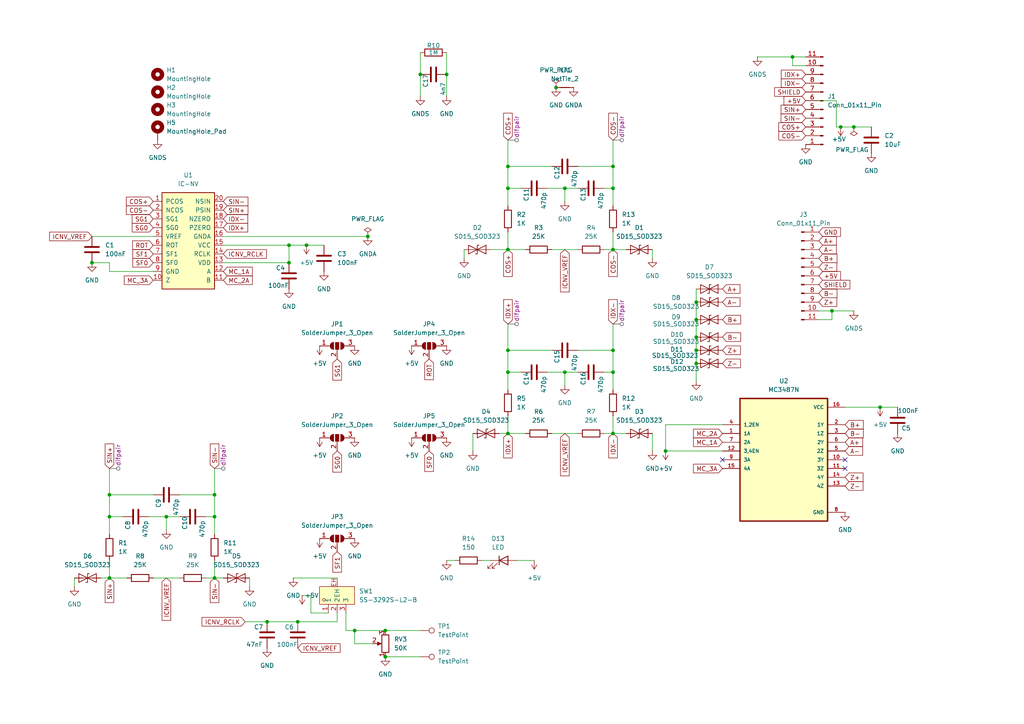
<source format=kicad_sch>
(kicad_sch (version 20250114) (generator "eeschema") (generator_version "9.0")
  (paper "A4")
  (junction (at 121.92 21.59))
  (junction (at 177.8 72.39))
  (junction (at 86.36 180.34))
  (junction (at 147.32 107.95))
  (junction (at 241.3 90.17))
  (junction (at 31.75 143.51))
  (junction (at 177.8 107.95))
  (junction (at 62.23 167.64))
  (junction (at 201.93 92.71))
  (junction (at 111.76 190.5))
  (junction (at 147.32 101.6))
  (junction (at 229.87 16.51))
  (junction (at 201.93 97.79))
  (junction (at 147.32 54.61))
  (junction (at 106.68 68.58))
  (junction (at 111.76 182.88))
  (junction (at 147.32 72.39))
  (junction (at 201.93 87.63))
  (junction (at 48.26 149.86))
  (junction (at 201.93 105.41))
  (junction (at 247.65 36.83))
  (junction (at 177.8 125.73))
  (junction (at 129.54 21.59))
  (junction (at 62.23 149.86))
  (junction (at 26.67 76.2))
  (junction (at 177.8 48.26))
  (junction (at 161.29 25.4))
  (junction (at 177.8 101.6))
  (junction (at 88.9 71.12))
  (junction (at 31.75 149.86))
  (junction (at 147.32 125.73))
  (junction (at 177.8 54.61))
  (junction (at 102.87 182.88))
  (junction (at 163.83 107.95))
  (junction (at 83.82 76.2))
  (junction (at 255.27 118.11))
  (junction (at 31.75 167.64))
  (junction (at 243.84 36.83))
  (junction (at 77.47 180.34))
  (junction (at 62.23 143.51))
  (junction (at 201.93 101.6))
  (junction (at 83.82 71.12))
  (junction (at 193.04 130.81))
  (junction (at 147.32 48.26))
  (junction (at 163.83 54.61))
  (no_connect (at 209.55 133.35))
  (no_connect (at 245.11 133.35))
  (no_connect (at 245.11 135.89))
  (wire (pts (xy 85.09 167.64) (xy 97.79 167.64)))
  (wire (pts (xy 147.32 72.39) (xy 152.4 72.39)))
  (wire (pts (xy 175.26 54.61) (xy 177.8 54.61)))
  (wire (pts (xy 44.45 78.74) (xy 31.75 78.74)))
  (wire (pts (xy 177.8 93.98) (xy 177.8 101.6)))
  (wire (pts (xy 100.33 177.8) (xy 100.33 182.88)))
  (wire (pts (xy 83.82 76.2) (xy 83.82 71.12)))
  (wire (pts (xy 147.32 93.98) (xy 147.32 101.6)))
  (wire (pts (xy 241.3 90.17) (xy 247.65 90.17)))
  (wire (pts (xy 247.65 36.83) (xy 252.73 36.83)))
  (wire (pts (xy 121.92 21.59) (xy 121.92 27.94)))
  (wire (pts (xy 97.79 180.34) (xy 97.79 177.8)))
  (wire (pts (xy 139.7 162.56) (xy 142.24 162.56)))
  (wire (pts (xy 29.21 167.64) (xy 31.75 167.64)))
  (wire (pts (xy 90.17 172.72) (xy 90.17 177.8)))
  (wire (pts (xy 44.45 143.51) (xy 31.75 143.51)))
  (wire (pts (xy 201.93 87.63) (xy 201.93 92.71)))
  (wire (pts (xy 147.32 40.64) (xy 147.32 48.26)))
  (wire (pts (xy 177.8 67.31) (xy 177.8 72.39)))
  (wire (pts (xy 177.8 107.95) (xy 177.8 113.03)))
  (wire (pts (xy 102.87 182.88) (xy 102.87 186.69)))
  (wire (pts (xy 62.23 162.56) (xy 62.23 167.64)))
  (wire (pts (xy 86.36 180.34) (xy 97.79 180.34)))
  (wire (pts (xy 160.02 101.6) (xy 147.32 101.6)))
  (wire (pts (xy 177.8 54.61) (xy 177.8 59.69)))
  (wire (pts (xy 31.75 167.64) (xy 36.83 167.64)))
  (wire (pts (xy 201.93 105.41) (xy 201.93 110.49)))
  (wire (pts (xy 134.62 72.39) (xy 134.62 74.93)))
  (wire (pts (xy 102.87 186.69) (xy 107.95 186.69)))
  (wire (pts (xy 201.93 92.71) (xy 201.93 97.79)))
  (wire (pts (xy 64.77 71.12) (xy 83.82 71.12)))
  (wire (pts (xy 43.18 149.86) (xy 48.26 149.86)))
  (wire (pts (xy 64.77 76.2) (xy 83.82 76.2)))
  (wire (pts (xy 21.59 167.64) (xy 21.59 170.18)))
  (wire (pts (xy 62.23 135.89) (xy 62.23 143.51)))
  (wire (pts (xy 158.75 54.61) (xy 163.83 54.61)))
  (wire (pts (xy 175.26 125.73) (xy 177.8 125.73)))
  (wire (pts (xy 144.78 125.73) (xy 147.32 125.73)))
  (wire (pts (xy 229.87 19.05) (xy 229.87 16.51)))
  (wire (pts (xy 243.84 36.83) (xy 247.65 36.83)))
  (wire (pts (xy 241.3 92.71) (xy 241.3 90.17)))
  (wire (pts (xy 237.49 90.17) (xy 241.3 90.17)))
  (wire (pts (xy 177.8 48.26) (xy 177.8 54.61)))
  (wire (pts (xy 31.75 154.94) (xy 31.75 149.86)))
  (wire (pts (xy 83.82 71.12) (xy 88.9 71.12)))
  (wire (pts (xy 147.32 59.69) (xy 147.32 54.61)))
  (wire (pts (xy 31.75 76.2) (xy 26.67 76.2)))
  (wire (pts (xy 242.57 29.21) (xy 242.57 36.83)))
  (wire (pts (xy 129.54 15.24) (xy 129.54 21.59)))
  (wire (pts (xy 129.54 162.56) (xy 132.08 162.56)))
  (wire (pts (xy 147.32 67.31) (xy 147.32 72.39)))
  (wire (pts (xy 26.67 68.58) (xy 44.45 68.58)))
  (wire (pts (xy 31.75 162.56) (xy 31.75 167.64)))
  (wire (pts (xy 64.77 68.58) (xy 106.68 68.58)))
  (wire (pts (xy 209.55 123.19) (xy 193.04 123.19)))
  (wire (pts (xy 160.02 125.73) (xy 167.64 125.73)))
  (wire (pts (xy 121.92 15.24) (xy 121.92 21.59)))
  (wire (pts (xy 142.24 72.39) (xy 147.32 72.39)))
  (wire (pts (xy 163.83 54.61) (xy 167.64 54.61)))
  (wire (pts (xy 189.23 125.73) (xy 189.23 130.81)))
  (wire (pts (xy 59.69 149.86) (xy 62.23 149.86)))
  (wire (pts (xy 100.33 182.88) (xy 102.87 182.88)))
  (wire (pts (xy 201.93 83.82) (xy 201.93 87.63)))
  (wire (pts (xy 72.39 167.64) (xy 72.39 170.18)))
  (wire (pts (xy 255.27 118.11) (xy 260.35 118.11)))
  (wire (pts (xy 177.8 120.65) (xy 177.8 125.73)))
  (wire (pts (xy 233.68 19.05) (xy 229.87 19.05)))
  (wire (pts (xy 111.76 182.88) (xy 121.92 182.88)))
  (wire (pts (xy 31.75 143.51) (xy 31.75 149.86)))
  (wire (pts (xy 59.69 167.64) (xy 62.23 167.64)))
  (wire (pts (xy 147.32 54.61) (xy 151.13 54.61)))
  (wire (pts (xy 158.75 107.95) (xy 163.83 107.95)))
  (wire (pts (xy 44.45 167.64) (xy 52.07 167.64)))
  (wire (pts (xy 48.26 149.86) (xy 48.26 153.67)))
  (wire (pts (xy 77.47 180.34) (xy 86.36 180.34)))
  (wire (pts (xy 160.02 48.26) (xy 147.32 48.26)))
  (wire (pts (xy 160.02 72.39) (xy 167.64 72.39)))
  (wire (pts (xy 62.23 143.51) (xy 62.23 149.86)))
  (wire (pts (xy 201.93 97.79) (xy 201.93 101.6)))
  (wire (pts (xy 243.84 36.83) (xy 242.57 36.83)))
  (wire (pts (xy 201.93 101.6) (xy 201.93 105.41)))
  (wire (pts (xy 129.54 21.59) (xy 129.54 27.94)))
  (wire (pts (xy 163.83 107.95) (xy 163.83 111.76)))
  (wire (pts (xy 147.32 48.26) (xy 147.32 54.61)))
  (wire (pts (xy 31.75 135.89) (xy 31.75 143.51)))
  (wire (pts (xy 177.8 125.73) (xy 181.61 125.73)))
  (wire (pts (xy 137.16 125.73) (xy 137.16 130.81)))
  (wire (pts (xy 111.76 190.5) (xy 121.92 190.5)))
  (wire (pts (xy 237.49 92.71) (xy 241.3 92.71)))
  (wire (pts (xy 88.9 71.12) (xy 93.98 71.12)))
  (wire (pts (xy 147.32 107.95) (xy 151.13 107.95)))
  (wire (pts (xy 193.04 123.19) (xy 193.04 130.81)))
  (wire (pts (xy 102.87 182.88) (xy 111.76 182.88)))
  (wire (pts (xy 147.32 113.03) (xy 147.32 107.95)))
  (wire (pts (xy 233.68 29.21) (xy 242.57 29.21)))
  (wire (pts (xy 229.87 16.51) (xy 233.68 16.51)))
  (wire (pts (xy 193.04 130.81) (xy 209.55 130.81)))
  (wire (pts (xy 31.75 78.74) (xy 31.75 76.2)))
  (wire (pts (xy 167.64 101.6) (xy 177.8 101.6)))
  (wire (pts (xy 175.26 72.39) (xy 177.8 72.39)))
  (wire (pts (xy 245.11 118.11) (xy 255.27 118.11)))
  (wire (pts (xy 177.8 101.6) (xy 177.8 107.95)))
  (wire (pts (xy 147.32 101.6) (xy 147.32 107.95)))
  (wire (pts (xy 48.26 149.86) (xy 52.07 149.86)))
  (wire (pts (xy 149.86 162.56) (xy 154.94 162.56)))
  (wire (pts (xy 163.83 107.95) (xy 167.64 107.95)))
  (wire (pts (xy 62.23 167.64) (xy 64.77 167.64)))
  (wire (pts (xy 219.71 16.51) (xy 229.87 16.51)))
  (wire (pts (xy 31.75 149.86) (xy 35.56 149.86)))
  (wire (pts (xy 71.12 180.34) (xy 77.47 180.34)))
  (wire (pts (xy 175.26 107.95) (xy 177.8 107.95)))
  (wire (pts (xy 147.32 120.65) (xy 147.32 125.73)))
  (wire (pts (xy 90.17 177.8) (xy 95.25 177.8)))
  (wire (pts (xy 147.32 125.73) (xy 152.4 125.73)))
  (wire (pts (xy 177.8 40.64) (xy 177.8 48.26)))
  (wire (pts (xy 163.83 54.61) (xy 163.83 58.42)))
  (wire (pts (xy 52.07 143.51) (xy 62.23 143.51)))
  (wire (pts (xy 87.63 172.72) (xy 90.17 172.72)))
  (wire (pts (xy 177.8 72.39) (xy 181.61 72.39)))
  (wire (pts (xy 62.23 149.86) (xy 62.23 154.94)))
  (wire (pts (xy 189.23 72.39) (xy 189.23 74.93)))
  (wire (pts (xy 167.64 48.26) (xy 177.8 48.26)))
  (global_label "SF0" (shape input) (at 124.46 130.81 270) (property "Intersheetrefs" "${INTERSHEET_REFS}" (effects (hide yes))))
  (global_label "ICNV_VREF" (shape input) (at 163.83 72.39 270) (property "Intersheetrefs" "${INTERSHEET_REFS}" (effects (hide yes))))
  (global_label "COS+" (shape input) (at 44.45 58.42 180) (property "Intersheetrefs" "${INTERSHEET_REFS}" (effects (hide yes))))
  (global_label "IDX+" (shape input) (at 147.32 93.98 90) (property "Intersheetrefs" "${INTERSHEET_REFS}" (effects (hide yes))))
  (global_label "Z+" (shape input) (at 209.55 101.6 0) (property "Intersheetrefs" "${INTERSHEET_REFS}" (effects (hide yes))))
  (global_label "B+" (shape input) (at 245.11 123.19 0) (property "Intersheetrefs" "${INTERSHEET_REFS}" (effects (hide yes))))
  (global_label "A-" (shape input) (at 237.49 72.39 0) (property "Intersheetrefs" "${INTERSHEET_REFS}" (effects (hide yes))))
  (global_label "MC_2A" (shape input) (at 64.77 81.28 0) (property "Intersheetrefs" "${INTERSHEET_REFS}" (effects (hide yes))))
  (global_label "ROT" (shape input) (at 44.45 71.12 180) (property "Intersheetrefs" "${INTERSHEET_REFS}" (effects (hide yes))))
  (global_label "COS-" (shape input) (at 177.8 72.39 270) (property "Intersheetrefs" "${INTERSHEET_REFS}" (effects (hide yes))))
  (global_label "SG1" (shape input) (at 44.45 63.5 180) (property "Intersheetrefs" "${INTERSHEET_REFS}" (effects (hide yes))))
  (global_label "IDX-" (shape input) (at 233.68 24.13 180) (property "Intersheetrefs" "${INTERSHEET_REFS}" (effects (hide yes))))
  (global_label "IDX-" (shape input) (at 177.8 125.73 270) (property "Intersheetrefs" "${INTERSHEET_REFS}" (effects (hide yes))))
  (global_label "ICNV_VREF" (shape input) (at 48.26 167.64 270) (property "Intersheetrefs" "${INTERSHEET_REFS}" (effects (hide yes))))
  (global_label "ROT" (shape input) (at 124.46 104.14 270) (property "Intersheetrefs" "${INTERSHEET_REFS}" (effects (hide yes))))
  (global_label "MC_1A" (shape input) (at 209.55 128.27 180) (property "Intersheetrefs" "${INTERSHEET_REFS}" (effects (hide yes))))
  (global_label "Z+" (shape input) (at 237.49 87.63 0) (property "Intersheetrefs" "${INTERSHEET_REFS}" (effects (hide yes))))
  (global_label "COS+" (shape input) (at 147.32 72.39 270) (property "Intersheetrefs" "${INTERSHEET_REFS}" (effects (hide yes))))
  (global_label "SF1" (shape input) (at 97.79 160.02 270) (property "Intersheetrefs" "${INTERSHEET_REFS}" (effects (hide yes))))
  (global_label "SIN+" (shape input) (at 31.75 135.89 90) (property "Intersheetrefs" "${INTERSHEET_REFS}" (effects (hide yes))))
  (global_label "SF1" (shape input) (at 44.45 73.66 180) (property "Intersheetrefs" "${INTERSHEET_REFS}" (effects (hide yes))))
  (global_label "SHIELD" (shape input) (at 237.49 82.55 0) (property "Intersheetrefs" "${INTERSHEET_REFS}" (effects (hide yes))))
  (global_label "IDX-" (shape input) (at 64.77 63.5 0) (property "Intersheetrefs" "${INTERSHEET_REFS}" (effects (hide yes))))
  (global_label "SG1" (shape input) (at 97.79 104.14 270) (property "Intersheetrefs" "${INTERSHEET_REFS}" (effects (hide yes))))
  (global_label "COS+" (shape input) (at 147.32 40.64 90) (property "Intersheetrefs" "${INTERSHEET_REFS}" (effects (hide yes))))
  (global_label "Z-" (shape input) (at 237.49 77.47 0) (property "Intersheetrefs" "${INTERSHEET_REFS}" (effects (hide yes))))
  (global_label "SG0" (shape input) (at 97.79 130.81 270) (property "Intersheetrefs" "${INTERSHEET_REFS}" (effects (hide yes))))
  (global_label "IDX-" (shape input) (at 177.8 93.98 90) (property "Intersheetrefs" "${INTERSHEET_REFS}" (effects (hide yes))))
  (global_label "A+" (shape input) (at 237.49 69.85 0) (property "Intersheetrefs" "${INTERSHEET_REFS}" (effects (hide yes))))
  (global_label "B+" (shape input) (at 237.49 74.93 0) (property "Intersheetrefs" "${INTERSHEET_REFS}" (effects (hide yes))))
  (global_label "SF0" (shape input) (at 44.45 76.2 180) (property "Intersheetrefs" "${INTERSHEET_REFS}" (effects (hide yes))))
  (global_label "ICNV_VREF" (shape input) (at 26.67 68.58 180) (property "Intersheetrefs" "${INTERSHEET_REFS}" (effects (hide yes))))
  (global_label "A-" (shape input) (at 209.55 87.63 0) (property "Intersheetrefs" "${INTERSHEET_REFS}" (effects (hide yes))))
  (global_label "SIN-" (shape input) (at 62.23 167.64 270) (property "Intersheetrefs" "${INTERSHEET_REFS}" (effects (hide yes))))
  (global_label "Z+" (shape input) (at 245.11 138.43 0) (property "Intersheetrefs" "${INTERSHEET_REFS}" (effects (hide yes))))
  (global_label "A-" (shape input) (at 245.11 130.81 0) (property "Intersheetrefs" "${INTERSHEET_REFS}" (effects (hide yes))))
  (global_label "ICNV_VREF" (shape input) (at 163.83 125.73 270) (property "Intersheetrefs" "${INTERSHEET_REFS}" (effects (hide yes))))
  (global_label "B-" (shape input) (at 245.11 125.73 0) (property "Intersheetrefs" "${INTERSHEET_REFS}" (effects (hide yes))))
  (global_label "+5V" (shape input) (at 233.68 29.21 180) (property "Intersheetrefs" "${INTERSHEET_REFS}" (effects (hide yes))))
  (global_label "SIN-" (shape input) (at 62.23 135.89 90) (property "Intersheetrefs" "${INTERSHEET_REFS}" (effects (hide yes))))
  (global_label "COS-" (shape input) (at 233.68 39.37 180) (property "Intersheetrefs" "${INTERSHEET_REFS}" (effects (hide yes))))
  (global_label "Z-" (shape input) (at 209.55 105.41 0) (property "Intersheetrefs" "${INTERSHEET_REFS}" (effects (hide yes))))
  (global_label "COS-" (shape input) (at 44.45 60.96 180) (property "Intersheetrefs" "${INTERSHEET_REFS}" (effects (hide yes))))
  (global_label "MC_3A" (shape input) (at 44.45 81.28 180) (property "Intersheetrefs" "${INTERSHEET_REFS}" (effects (hide yes))))
  (global_label "+5V" (shape input) (at 237.49 80.01 0) (property "Intersheetrefs" "${INTERSHEET_REFS}" (effects (hide yes))))
  (global_label "SIN+" (shape input) (at 233.68 31.75 180) (property "Intersheetrefs" "${INTERSHEET_REFS}" (effects (hide yes))))
  (global_label "COS+" (shape input) (at 233.68 36.83 180) (property "Intersheetrefs" "${INTERSHEET_REFS}" (effects (hide yes))))
  (global_label "IDX+" (shape input) (at 64.77 66.04 0) (property "Intersheetrefs" "${INTERSHEET_REFS}" (effects (hide yes))))
  (global_label "IDX+" (shape input) (at 147.32 125.73 270) (property "Intersheetrefs" "${INTERSHEET_REFS}" (effects (hide yes))))
  (global_label "MC_2A" (shape input) (at 209.55 125.73 180) (property "Intersheetrefs" "${INTERSHEET_REFS}" (effects (hide yes))))
  (global_label "SIN+" (shape input) (at 64.77 60.96 0) (property "Intersheetrefs" "${INTERSHEET_REFS}" (effects (hide yes))))
  (global_label "ICNV_RCLK" (shape input) (at 71.12 180.34 180) (property "Intersheetrefs" "${INTERSHEET_REFS}" (effects (hide yes))))
  (global_label "SG0" (shape input) (at 44.45 66.04 180) (property "Intersheetrefs" "${INTERSHEET_REFS}" (effects (hide yes))))
  (global_label "SIN-" (shape input) (at 64.77 58.42 0) (property "Intersheetrefs" "${INTERSHEET_REFS}" (effects (hide yes))))
  (global_label "COS-" (shape input) (at 177.8 40.64 90) (property "Intersheetrefs" "${INTERSHEET_REFS}" (effects (hide yes))))
  (global_label "B-" (shape input) (at 209.55 97.79 0) (property "Intersheetrefs" "${INTERSHEET_REFS}" (effects (hide yes))))
  (global_label "MC_1A" (shape input) (at 64.77 78.74 0) (property "Intersheetrefs" "${INTERSHEET_REFS}" (effects (hide yes))))
  (global_label "A+" (shape input) (at 209.55 83.82 0) (property "Intersheetrefs" "${INTERSHEET_REFS}" (effects (hide yes))))
  (global_label "ICNV_RCLK" (shape input) (at 64.77 73.66 0) (property "Intersheetrefs" "${INTERSHEET_REFS}" (effects (hide yes))))
  (global_label "MC_3A" (shape input) (at 209.55 135.89 180) (property "Intersheetrefs" "${INTERSHEET_REFS}" (effects (hide yes))))
  (global_label "A+" (shape input) (at 245.11 128.27 0) (property "Intersheetrefs" "${INTERSHEET_REFS}" (effects (hide yes))))
  (global_label "Z-" (shape input) (at 245.11 140.97 0) (property "Intersheetrefs" "${INTERSHEET_REFS}" (effects (hide yes))))
  (global_label "IDX+" (shape input) (at 233.68 21.59 180) (property "Intersheetrefs" "${INTERSHEET_REFS}" (effects (hide yes))))
  (global_label "SHIELD" (shape input) (at 233.68 26.67 180) (property "Intersheetrefs" "${INTERSHEET_REFS}" (effects (hide yes))))
  (global_label "GND" (shape input) (at 237.49 67.31 0) (property "Intersheetrefs" "${INTERSHEET_REFS}" (effects (hide yes))))
  (global_label "ICNV_VREF" (shape input) (at 86.36 187.96 0) (property "Intersheetrefs" "${INTERSHEET_REFS}" (effects (hide yes))))
  (global_label "B-" (shape input) (at 237.49 85.09 0) (property "Intersheetrefs" "${INTERSHEET_REFS}" (effects (hide yes))))
  (global_label "SIN+" (shape input) (at 31.75 167.64 270) (property "Intersheetrefs" "${INTERSHEET_REFS}" (effects (hide yes))))
  (global_label "B+" (shape input) (at 209.55 92.71 0) (property "Intersheetrefs" "${INTERSHEET_REFS}" (effects (hide yes))))
  (global_label "SIN-" (shape input) (at 233.68 34.29 180) (property "Intersheetrefs" "${INTERSHEET_REFS}" (effects (hide yes))))
  (netclass_flag "" (length 2.54) (shape round) (at 177.8 40.64 270) (property "Netclass" "difpair" (at 180.34 39.9415 90) (effects (justify left))))
  (netclass_flag "" (length 2.54) (shape round) (at 177.8 93.98 270) (property "Netclass" "difpair" (at 180.34 93.2815 90) (effects (justify left))))
  (netclass_flag "" (length 2.54) (shape round) (at 31.75 135.89 270) (property "Netclass" "difpair" (at 34.29 135.1915 90) (effects (justify left))))
  (netclass_flag "" (length 2.54) (shape round) (at 147.32 40.64 270) (property "Netclass" "difpair" (at 149.86 39.9415 90) (effects (justify left))))
  (netclass_flag "" (length 2.54) (shape round) (at 147.32 93.98 270) (property "Netclass" "difpair" (at 149.86 93.2815 90) (effects (justify left))))
  (netclass_flag "" (length 2.54) (shape round) (at 62.23 135.89 270) (property "Netclass" "difpair" (at 64.77 135.1915 90) (effects (justify left))))
  (symbol (lib_id "power:GND") (at 102.87 127 0) (unit 1)
    (property "Reference" "#PWR015" (effects (hide yes)))
    (property "Value" "GND" (at 102.87 132.08 0))
    (property "Description" "Power symbol creates a global label with name \"GND\" , ground" (effects (hide yes)))
  )
  (symbol (lib_id "easyeda2kicad:SS-3292S-L2-B") (at 97.79 173.99 0) (unit 1)
    (property "Reference" "SW1" (at 104.14 171.4499 0) (effects (justify left)))
    (property "Value" "SS-3292S-L2-B" (at 104.14 173.9899 0) (effects (justify left)))
    (property "Footprint" "easyeda2kicad:SW-SMD_SS-3292S-L2-B" (effects (hide yes)))
    (property "Datasheet" "https://lcsc.com/product-detail/New-Arrivals_XKB-Enterprise-SS-3292S-L2-B_C500057.html" (effects (hide yes)))
    (property "LCSC Part" "C500057" (effects (hide yes)))
  )
  (symbol (lib_id "Device:R") (at 171.45 72.39 270) (unit 1)
    (property "Reference" "R4" (at 171.45 66.04 90))
    (property "Value" "25K" (at 171.45 68.58 90))
    (property "Footprint" "Resistor_SMD:R_0603_1608Metric_Pad0.98x0.95mm_HandSolder" (effects (hide yes)))
    (property "Description" "Resistor" (effects (hide yes)))
  )
  (symbol (lib_id "power:GND") (at 129.54 162.56 0) (unit 1)
    (property "Reference" "#PWR045" (effects (hide yes)))
    (property "Value" "GND" (at 129.54 167.64 0))
    (property "Description" "Power symbol creates a global label with name \"GND\" , ground" (effects (hide yes)))
  )
  (symbol (lib_id "Device:C") (at 252.73 40.64 0) (unit 1)
    (property "Reference" "C2" (at 256.54 39.3699 0) (effects (justify left)))
    (property "Value" "10uF" (at 256.54 41.9099 0) (effects (justify left)))
    (property "Footprint" "Capacitor_SMD:C_0603_1608Metric_Pad1.08x0.95mm_HandSolder" (effects (hide yes)))
    (property "Description" "Unpolarized capacitor" (effects (hide yes)))
  )
  (symbol (lib_id "Diode:SD15_SOD323") (at 205.74 83.82 0) (unit 1)
    (property "Reference" "D7" (at 205.74 77.47 0))
    (property "Value" "SD15_SOD323" (at 205.74 80.01 0))
    (property "Footprint" "Diode_SMD:D_SOD-323" (effects (hide yes)))
    (property "Datasheet" "https://www.littelfuse.com/~/media/electronics/datasheets/tvs_diode_arrays/littelfuse_tvs_diode_array_sd_c_datasheet.pdf.pdf" (effects (hide yes)))
    (property "Description" "15V, 450W Discrete Bidirectional TVS Diode, SOD-323" (effects (hide yes)))
  )
  (symbol (lib_id "power:GNDS") (at 45.72 40.64 0) (unit 1)
    (property "Reference" "#PWR039" (effects (hide yes)))
    (property "Value" "GNDS" (at 45.72 45.72 0))
    (property "Description" "Power symbol creates a global label with name \"GNDS\" , signal ground" (effects (hide yes)))
  )
  (symbol (lib_id "power:GNDA") (at 166.37 25.4 0) (unit 1)
    (property "Reference" "#PWR029" (effects (hide yes)))
    (property "Value" "GNDA" (at 166.37 30.48 0))
    (property "Description" "Power symbol creates a global label with name \"GNDA\" , analog ground" (effects (hide yes)))
  )
  (symbol (lib_id "power:GND") (at 93.98 78.74 0) (unit 1)
    (property "Reference" "#PWR09" (effects (hide yes)))
    (property "Value" "GND" (at 93.98 83.82 0))
    (property "Description" "Power symbol creates a global label with name \"GND\" , ground" (effects (hide yes)))
  )
  (symbol (lib_id "Device:C") (at 163.83 48.26 90) (unit 1)
    (property "Reference" "C12" (at 161.544 52.07 0) (effects (justify left)))
    (property "Value" "470p" (at 166.624 54.356 0) (effects (justify left)))
    (property "Footprint" "Capacitor_SMD:C_0603_1608Metric_Pad1.08x0.95mm_HandSolder" (effects (hide yes)))
    (property "Description" "Unpolarized capacitor" (effects (hide yes)))
  )
  (symbol (lib_id "Device:C") (at 163.83 101.6 90) (unit 1)
    (property "Reference" "C15" (at 161.544 105.41 0) (effects (justify left)))
    (property "Value" "470p" (at 166.624 107.696 0) (effects (justify left)))
    (property "Footprint" "Capacitor_SMD:C_0603_1608Metric_Pad1.08x0.95mm_HandSolder" (effects (hide yes)))
    (property "Description" "Unpolarized capacitor" (effects (hide yes)))
  )
  (symbol (lib_id "Device:R") (at 147.32 63.5 0) (unit 1)
    (property "Reference" "R2" (at 149.86 62.2299 0) (effects (justify left)))
    (property "Value" "1K" (at 149.86 64.7699 0) (effects (justify left)))
    (property "Footprint" "Resistor_SMD:R_0603_1608Metric_Pad0.98x0.95mm_HandSolder" (effects (hide yes)))
    (property "Description" "Resistor" (effects (hide yes)))
  )
  (symbol (lib_id "Device:C") (at 39.37 149.86 90) (unit 1)
    (property "Reference" "C8" (at 37.084 153.67 0) (effects (justify left)))
    (property "Value" "470p" (at 42.164 155.956 0) (effects (justify left)))
    (property "Footprint" "Capacitor_SMD:C_0603_1608Metric_Pad1.08x0.95mm_HandSolder" (effects (hide yes)))
    (property "Description" "Unpolarized capacitor" (effects (hide yes)))
  )
  (symbol (lib_id "power:GND") (at 102.87 156.21 0) (unit 1)
    (property "Reference" "#PWR017" (effects (hide yes)))
    (property "Value" "GND" (at 102.87 161.29 0))
    (property "Description" "Power symbol creates a global label with name \"GND\" , ground" (effects (hide yes)))
  )
  (symbol (lib_id "Connector:TestPoint") (at 121.92 190.5 270) (unit 1)
    (property "Reference" "TP2" (at 127 189.2299 90) (effects (justify left)))
    (property "Value" "TestPoint" (at 127 191.7699 90) (effects (justify left)))
    (property "Footprint" "Connector_Pin:Pin_D1.3mm_L11.0mm" (effects (hide yes)))
    (property "Description" "test point" (effects (hide yes)))
  )
  (symbol (lib_id "Device:C") (at 125.73 21.59 90) (unit 1)
    (property "Reference" "C17" (at 123.444 25.4 0) (effects (justify left)))
    (property "Value" "4n7" (at 128.524 27.686 0) (effects (justify left)))
    (property "Footprint" "Capacitor_SMD:C_0603_1608Metric_Pad1.08x0.95mm_HandSolder" (effects (hide yes)))
    (property "Description" "Unpolarized capacitor" (effects (hide yes)))
  )
  (symbol (lib_id "Connector:TestPoint") (at 121.92 182.88 270) (unit 1)
    (property "Reference" "TP1" (at 127 181.6099 90) (effects (justify left)))
    (property "Value" "TestPoint" (at 127 184.1499 90) (effects (justify left)))
    (property "Footprint" "Connector_Pin:Pin_D1.3mm_L11.0mm" (effects (hide yes)))
    (property "Description" "test point" (effects (hide yes)))
  )
  (symbol (lib_id "Diode:SD15_SOD323") (at 25.4 167.64 0) (unit 1)
    (property "Reference" "D6" (at 25.4 161.29 0))
    (property "Value" "SD15_SOD323" (at 25.4 163.83 0))
    (property "Footprint" "Diode_SMD:D_SOD-323" (effects (hide yes)))
    (property "Datasheet" "https://www.littelfuse.com/~/media/electronics/datasheets/tvs_diode_arrays/littelfuse_tvs_diode_array_sd_c_datasheet.pdf.pdf" (effects (hide yes)))
    (property "Description" "15V, 450W Discrete Bidirectional TVS Diode, SOD-323" (effects (hide yes)))
  )
  (symbol (lib_id "Connector:Conn_01x11_Pin") (at 232.41 80.01 0) (unit 1)
    (property "Reference" "J3" (at 233.045 62.23 0))
    (property "Value" "Conn_01x11_Pin" (at 233.045 64.77 0))
    (property "Footprint" "easyeda2kicad:DB9-TH_D-SUB-DR-9PCM-CB" (effects (hide yes)))
    (property "Description" "Generic connector, single row, 01x11, script generated" (effects (hide yes)))
  )
  (symbol (lib_id "Device:R") (at 55.88 167.64 270) (unit 1)
    (property "Reference" "R9" (at 55.88 161.29 90))
    (property "Value" "25K" (at 55.88 163.83 90))
    (property "Footprint" "Resistor_SMD:R_0603_1608Metric_Pad0.98x0.95mm_HandSolder" (effects (hide yes)))
    (property "Description" "Resistor" (effects (hide yes)))
  )
  (symbol (lib_id "power:GND") (at 72.39 170.18 0) (unit 1)
    (property "Reference" "#PWR031" (effects (hide yes)))
    (property "Value" "GND" (at 72.39 175.26 0))
    (property "Description" "Power symbol creates a global label with name \"GND\" , ground" (effects (hide yes)))
  )
  (symbol (lib_id "Diode:SD15_SOD323") (at 185.42 72.39 0) (unit 1)
    (property "Reference" "D1" (at 185.42 66.04 0))
    (property "Value" "SD15_SOD323" (at 185.42 68.58 0))
    (property "Footprint" "Diode_SMD:D_SOD-323" (effects (hide yes)))
    (property "Datasheet" "https://www.littelfuse.com/~/media/electronics/datasheets/tvs_diode_arrays/littelfuse_tvs_diode_array_sd_c_datasheet.pdf.pdf" (effects (hide yes)))
    (property "Description" "15V, 450W Discrete Bidirectional TVS Diode, SOD-323" (effects (hide yes)))
  )
  (symbol (lib_id "power:GND") (at 129.54 27.94 0) (unit 1)
    (property "Reference" "#PWR038" (effects (hide yes)))
    (property "Value" "GND" (at 129.54 33.02 0))
    (property "Description" "Power symbol creates a global label with name \"GND\" , ground" (effects (hide yes)))
  )
  (symbol (lib_id "Device:R_Potentiometer") (at 111.76 186.69 180) (unit 1)
    (property "Reference" "RV3" (at 114.3 185.4199 0) (effects (justify right)))
    (property "Value" "50K" (at 114.3 187.9599 0) (effects (justify right)))
    (property "Footprint" "easyeda2kicad:RES-ADJ-SMD_TC33X-2-104E" (effects (hide yes)))
    (property "Description" "Potentiometer" (effects (hide yes)))
  )
  (symbol (lib_id "power:+5V") (at 119.38 127 180) (unit 1)
    (property "Reference" "#PWR019" (effects (hide yes)))
    (property "Value" "+5V" (at 119.38 132.08 0))
    (property "Description" "Power symbol creates a global label with name \"+5V\"" (effects (hide yes)))
  )
  (symbol (lib_id "Diode:SD15_SOD323") (at 205.74 92.71 0) (unit 1)
    (property "Reference" "D9" (at 196.088 91.948 0))
    (property "Value" "SD15_SOD323" (at 196.088 93.98 0))
    (property "Footprint" "Diode_SMD:D_SOD-323" (effects (hide yes)))
    (property "Datasheet" "https://www.littelfuse.com/~/media/electronics/datasheets/tvs_diode_arrays/littelfuse_tvs_diode_array_sd_c_datasheet.pdf.pdf" (effects (hide yes)))
    (property "Description" "15V, 450W Discrete Bidirectional TVS Diode, SOD-323" (effects (hide yes)))
  )
  (symbol (lib_id "Jumper:SolderJumper_3_Open") (at 124.46 100.33 0) (unit 1) (in_bom no)
    (property "Reference" "JP4" (at 124.46 93.98 0))
    (property "Value" "SolderJumper_3_Open" (at 124.46 96.52 0))
    (property "Footprint" "JumperSMD:SolderJumper-3_P1.3mm_Open_Pad1.0x1.5mm" (effects (hide yes)))
    (property "Description" "Solder Jumper, 3-pole, open" (effects (hide yes)))
  )
  (symbol (lib_id "Device:R") (at 40.64 167.64 270) (unit 1)
    (property "Reference" "R8" (at 40.64 161.29 90))
    (property "Value" "25K" (at 40.64 163.83 90))
    (property "Footprint" "Resistor_SMD:R_0603_1608Metric_Pad0.98x0.95mm_HandSolder" (effects (hide yes)))
    (property "Description" "Resistor" (effects (hide yes)))
  )
  (symbol (lib_id "power:GND") (at 102.87 100.33 0) (unit 1)
    (property "Reference" "#PWR014" (effects (hide yes)))
    (property "Value" "GND" (at 102.87 105.41 0))
    (property "Description" "Power symbol creates a global label with name \"GND\" , ground" (effects (hide yes)))
  )
  (symbol (lib_id "power:PWR_FLAG") (at 161.29 25.4 0) (unit 1)
    (property "Reference" "#FLG02" (effects (hide yes)))
    (property "Value" "PWR_FLAG" (at 161.29 20.32 0))
    (property "Description" "Special symbol for telling ERC where power comes from" (effects (hide yes)))
  )
  (symbol (lib_id "power:GND") (at 260.35 125.73 0) (unit 1)
    (property "Reference" "#PWR025" (effects (hide yes)))
    (property "Value" "GND" (at 260.35 130.81 0))
    (property "Description" "Power symbol creates a global label with name \"GND\" , ground" (effects (hide yes)))
  )
  (symbol (lib_id "Diode:SD15_SOD323") (at 185.42 125.73 0) (unit 1)
    (property "Reference" "D3" (at 185.42 119.38 0))
    (property "Value" "SD15_SOD323" (at 185.42 121.92 0))
    (property "Footprint" "Diode_SMD:D_SOD-323" (effects (hide yes)))
    (property "Datasheet" "https://www.littelfuse.com/~/media/electronics/datasheets/tvs_diode_arrays/littelfuse_tvs_diode_array_sd_c_datasheet.pdf.pdf" (effects (hide yes)))
    (property "Description" "15V, 450W Discrete Bidirectional TVS Diode, SOD-323" (effects (hide yes)))
  )
  (symbol (lib_id "power:GND") (at 233.68 41.91 0) (unit 1)
    (property "Reference" "#PWR01" (effects (hide yes)))
    (property "Value" "GND" (at 233.68 46.99 0))
    (property "Description" "Power symbol creates a global label with name \"GND\" , ground" (effects (hide yes)))
  )
  (symbol (lib_id "Device:R") (at 125.73 15.24 90) (unit 1)
    (property "Reference" "R10" (at 125.73 13.208 90))
    (property "Value" "1M" (at 125.73 15.24 90))
    (property "Footprint" "Resistor_SMD:R_0603_1608Metric_Pad0.98x0.95mm_HandSolder" (effects (hide yes)))
    (property "Description" "Resistor" (effects (hide yes)))
  )
  (symbol (lib_id "power:GND") (at 161.29 25.4 0) (unit 1)
    (property "Reference" "#PWR02" (effects (hide yes)))
    (property "Value" "GND" (at 161.29 30.48 0))
    (property "Description" "Power symbol creates a global label with name \"GND\" , ground" (effects (hide yes)))
  )
  (symbol (lib_id "power:GND") (at 85.09 167.64 0) (unit 1)
    (property "Reference" "#PWR042" (effects (hide yes)))
    (property "Value" "GND" (at 85.09 172.72 0))
    (property "Description" "Power symbol creates a global label with name \"GND\" , ground" (effects (hide yes)))
  )
  (symbol (lib_id "power:GND") (at 201.93 110.49 0) (unit 1)
    (property "Reference" "#PWR043" (effects (hide yes)))
    (property "Value" "GND" (at 201.93 115.57 0))
    (property "Description" "Power symbol creates a global label with name \"GND\" , ground" (effects (hide yes)))
  )
  (symbol (lib_id "power:+5V") (at 243.84 36.83 180) (unit 1)
    (property "Reference" "#PWR06" (effects (hide yes)))
    (property "Value" "+5V" (at 243.332 40.386 0))
    (property "Description" "Power symbol creates a global label with name \"+5V\"" (effects (hide yes)))
  )
  (symbol (lib_id "Device:C") (at 77.47 184.15 0) (unit 1)
    (property "Reference" "C7" (at 73.66 181.864 0) (effects (justify left)))
    (property "Value" "47nF" (at 71.374 186.944 0) (effects (justify left)))
    (property "Footprint" "Capacitor_SMD:C_0603_1608Metric_Pad1.08x0.95mm_HandSolder" (effects (hide yes)))
    (property "Description" "Unpolarized capacitor" (effects (hide yes)))
  )
  (symbol (lib_id "power:GND") (at 245.11 148.59 0) (unit 1)
    (property "Reference" "#PWR03" (effects (hide yes)))
    (property "Value" "GND" (at 245.11 153.67 0))
    (property "Description" "Power symbol creates a global label with name \"GND\" , ground" (effects (hide yes)))
  )
  (symbol (lib_id "Device:C") (at 171.45 107.95 90) (unit 1)
    (property "Reference" "C16" (at 169.164 111.76 0) (effects (justify left)))
    (property "Value" "470p" (at 174.244 114.046 0) (effects (justify left)))
    (property "Footprint" "Capacitor_SMD:C_0603_1608Metric_Pad1.08x0.95mm_HandSolder" (effects (hide yes)))
    (property "Description" "Unpolarized capacitor" (effects (hide yes)))
  )
  (symbol (lib_id "Device:C") (at 26.67 72.39 0) (unit 1)
    (property "Reference" "C1" (at 30.48 71.1199 0) (effects (justify left)))
    (property "Value" "100nF" (at 30.48 73.6599 0) (effects (justify left)))
    (property "Footprint" "Capacitor_SMD:C_0603_1608Metric_Pad1.08x0.95mm_HandSolder" (effects (hide yes)))
    (property "Description" "Unpolarized capacitor" (effects (hide yes)))
  )
  (symbol (lib_id "Mechanical:MountingHole") (at 45.72 21.59 0) (unit 1) (in_bom no)
    (property "Reference" "H1" (at 48.26 20.3199 0) (effects (justify left)))
    (property "Value" "MountingHole" (at 48.26 22.8599 0) (effects (justify left)))
    (property "Footprint" "MountingHole:MountingHole_3.2mm_M3" (effects (hide yes)))
    (property "Description" "Mounting Hole without connection" (effects (hide yes)))
  )
  (symbol (lib_id "power:GND") (at 26.67 76.2 0) (unit 1)
    (property "Reference" "#PWR05" (effects (hide yes)))
    (property "Value" "GND" (at 26.67 81.28 0))
    (property "Description" "Power symbol creates a global label with name \"GND\" , ground" (effects (hide yes)))
  )
  (symbol (lib_id "Device:C") (at 260.35 121.92 180) (unit 1)
    (property "Reference" "C5" (at 264.16 124.206 0) (effects (justify left)))
    (property "Value" "100nF" (at 266.446 119.126 0) (effects (justify left)))
    (property "Footprint" "Capacitor_SMD:C_0603_1608Metric_Pad1.08x0.95mm_HandSolder" (effects (hide yes)))
    (property "Description" "Unpolarized capacitor" (effects (hide yes)))
  )
  (symbol (lib_id "power:GND") (at 111.76 190.5 0) (unit 1)
    (property "Reference" "#PWR027" (effects (hide yes)))
    (property "Value" "GND" (at 111.76 195.58 0))
    (property "Description" "Power symbol creates a global label with name \"GND\" , ground" (effects (hide yes)))
  )
  (symbol (lib_id "Diode:SD15_SOD323") (at 68.58 167.64 0) (unit 1)
    (property "Reference" "D5" (at 68.58 161.29 0))
    (property "Value" "SD15_SOD323" (at 68.58 163.83 0))
    (property "Footprint" "Diode_SMD:D_SOD-323" (effects (hide yes)))
    (property "Datasheet" "https://www.littelfuse.com/~/media/electronics/datasheets/tvs_diode_arrays/littelfuse_tvs_diode_array_sd_c_datasheet.pdf.pdf" (effects (hide yes)))
    (property "Description" "15V, 450W Discrete Bidirectional TVS Diode, SOD-323" (effects (hide yes)))
  )
  (symbol (lib_id "Connector:Conn_01x11_Pin") (at 238.76 29.21 180) (unit 1)
    (property "Reference" "J1" (at 240.03 27.9399 0) (effects (justify right)))
    (property "Value" "Conn_01x11_Pin" (at 240.03 30.4799 0) (effects (justify right)))
    (property "Footprint" "easyeda2kicad:DB9-TH_D-SUB-DR-9PCM-CB" (effects (hide yes)))
    (property "Description" "Generic connector, single row, 01x11, script generated" (effects (hide yes)))
  )
  (symbol (lib_id "Diode:SD15_SOD323") (at 205.74 97.79 0) (unit 1)
    (property "Reference" "D10" (at 196.342 97.028 0))
    (property "Value" "SD15_SOD323" (at 196.088 99.06 0))
    (property "Footprint" "Diode_SMD:D_SOD-323" (effects (hide yes)))
    (property "Datasheet" "https://www.littelfuse.com/~/media/electronics/datasheets/tvs_diode_arrays/littelfuse_tvs_diode_array_sd_c_datasheet.pdf.pdf" (effects (hide yes)))
    (property "Description" "15V, 450W Discrete Bidirectional TVS Diode, SOD-323" (effects (hide yes)))
  )
  (symbol (lib_id "Diode:SD15_SOD323") (at 205.74 87.63 0) (unit 1)
    (property "Reference" "D8" (at 196.088 86.36 0))
    (property "Value" "SD15_SOD323" (at 196.088 88.9 0))
    (property "Footprint" "Diode_SMD:D_SOD-323" (effects (hide yes)))
    (property "Datasheet" "https://www.littelfuse.com/~/media/electronics/datasheets/tvs_diode_arrays/littelfuse_tvs_diode_array_sd_c_datasheet.pdf.pdf" (effects (hide yes)))
    (property "Description" "15V, 450W Discrete Bidirectional TVS Diode, SOD-323" (effects (hide yes)))
  )
  (symbol (lib_id "power:GNDS") (at 247.65 90.17 0) (unit 1)
    (property "Reference" "#PWR041" (effects (hide yes)))
    (property "Value" "GNDS" (at 247.65 95.25 0))
    (property "Description" "Power symbol creates a global label with name \"GNDS\" , signal ground" (effects (hide yes)))
  )
  (symbol (lib_id "Device:R") (at 147.32 116.84 0) (unit 1)
    (property "Reference" "R5" (at 149.86 115.5699 0) (effects (justify left)))
    (property "Value" "1K" (at 149.86 118.1099 0) (effects (justify left)))
    (property "Footprint" "Resistor_SMD:R_0603_1608Metric_Pad0.98x0.95mm_HandSolder" (effects (hide yes)))
    (property "Description" "Resistor" (effects (hide yes)))
  )
  (symbol (lib_id "Jumper:SolderJumper_3_Open") (at 97.79 100.33 0) (unit 1) (in_bom no)
    (property "Reference" "JP1" (at 97.79 93.98 0))
    (property "Value" "SolderJumper_3_Open" (at 97.79 96.52 0))
    (property "Footprint" "JumperSMD:SolderJumper-3_P1.3mm_Open_Pad1.0x1.5mm" (effects (hide yes)))
    (property "Description" "Solder Jumper, 3-pole, open" (effects (hide yes)))
  )
  (symbol (lib_id "power:GND") (at 134.62 74.93 0) (unit 1)
    (property "Reference" "#PWR036" (effects (hide yes)))
    (property "Value" "GND" (at 134.62 80.01 0))
    (property "Description" "Power symbol creates a global label with name \"GND\" , ground" (effects (hide yes)))
  )
  (symbol (lib_id "Mechanical:MountingHole_Pad") (at 45.72 38.1 0) (unit 1) (in_bom no)
    (property "Reference" "H5" (at 48.26 35.5599 0) (effects (justify left)))
    (property "Value" "MountingHole_Pad" (at 48.26 38.0999 0) (effects (justify left)))
    (property "Footprint" "MountingHole:MountingHole_3.2mm_M3_Pad" (effects (hide yes)))
    (property "Description" "Mounting Hole with connection" (effects (hide yes)))
  )
  (symbol (lib_id "Jumper:SolderJumper_3_Open") (at 124.46 127 0) (unit 1) (in_bom no)
    (property "Reference" "JP5" (at 124.46 120.65 0))
    (property "Value" "SolderJumper_3_Open" (at 124.46 123.19 0))
    (property "Footprint" "JumperSMD:SolderJumper-3_P1.3mm_Open_Pad1.0x1.5mm" (effects (hide yes)))
    (property "Description" "Solder Jumper, 3-pole, open" (effects (hide yes)))
  )
  (symbol (lib_id "Device:C") (at 55.88 149.86 90) (unit 1)
    (property "Reference" "C10" (at 53.594 153.67 0) (effects (justify left)))
    (property "Value" "470p" (at 58.674 155.956 0) (effects (justify left)))
    (property "Footprint" "Capacitor_SMD:C_0603_1608Metric_Pad1.08x0.95mm_HandSolder" (effects (hide yes)))
    (property "Description" "Unpolarized capacitor" (effects (hide yes)))
  )
  (symbol (lib_id "power:GND") (at 189.23 130.81 0) (unit 1)
    (property "Reference" "#PWR033" (effects (hide yes)))
    (property "Value" "GND" (at 189.23 135.89 0))
    (property "Description" "Power symbol creates a global label with name \"GND\" , ground" (effects (hide yes)))
  )
  (symbol (lib_id "power:GND") (at 129.54 100.33 0) (unit 1)
    (property "Reference" "#PWR020" (effects (hide yes)))
    (property "Value" "GND" (at 129.54 105.41 0))
    (property "Description" "Power symbol creates a global label with name \"GND\" , ground" (effects (hide yes)))
  )
  (symbol (lib_id "power:PWR_FLAG") (at 247.65 36.83 180) (unit 1)
    (property "Reference" "#FLG03" (effects (hide yes)))
    (property "Value" "PWR_FLAG" (at 247.142 43.434 0))
    (property "Description" "Special symbol for telling ERC where power comes from" (effects (hide yes)))
  )
  (symbol (lib_id "power:+5V") (at 92.71 156.21 180) (unit 1)
    (property "Reference" "#PWR016" (effects (hide yes)))
    (property "Value" "+5V" (at 92.71 161.29 0))
    (property "Description" "Power symbol creates a global label with name \"+5V\"" (effects (hide yes)))
  )
  (symbol (lib_id "Diode:SD15_SOD323") (at 140.97 125.73 0) (unit 1)
    (property "Reference" "D4" (at 140.97 119.38 0))
    (property "Value" "SD15_SOD323" (at 140.97 121.92 0))
    (property "Footprint" "Diode_SMD:D_SOD-323" (effects (hide yes)))
    (property "Datasheet" "https://www.littelfuse.com/~/media/electronics/datasheets/tvs_diode_arrays/littelfuse_tvs_diode_array_sd_c_datasheet.pdf.pdf" (effects (hide yes)))
    (property "Description" "15V, 450W Discrete Bidirectional TVS Diode, SOD-323" (effects (hide yes)))
  )
  (symbol (lib_id "power:+5V") (at 119.38 100.33 180) (unit 1)
    (property "Reference" "#PWR018" (effects (hide yes)))
    (property "Value" "+5V" (at 119.38 105.41 0))
    (property "Description" "Power symbol creates a global label with name \"+5V\"" (effects (hide yes)))
  )
  (symbol (lib_id "power:+5V") (at 154.94 162.56 180) (unit 1)
    (property "Reference" "#PWR044" (effects (hide yes)))
    (property "Value" "+5V" (at 154.94 167.64 0))
    (property "Description" "Power symbol creates a global label with name \"+5V\"" (effects (hide yes)))
  )
  (symbol (lib_id "power:+5V") (at 193.04 130.81 180) (unit 1)
    (property "Reference" "#PWR024" (effects (hide yes)))
    (property "Value" "+5V" (at 193.04 135.89 0))
    (property "Description" "Power symbol creates a global label with name \"+5V\"" (effects (hide yes)))
  )
  (symbol (lib_id "power:+5V") (at 88.9 71.12 180) (unit 1)
    (property "Reference" "#PWR08" (effects (hide yes)))
    (property "Value" "+5V" (at 88.9 76.2 0))
    (property "Description" "Power symbol creates a global label with name \"+5V\"" (effects (hide yes)))
  )
  (symbol (lib_id "Device:R") (at 177.8 63.5 0) (unit 1)
    (property "Reference" "R13" (at 180.34 62.2299 0) (effects (justify left)))
    (property "Value" "1K" (at 180.34 64.7699 0) (effects (justify left)))
    (property "Footprint" "Resistor_SMD:R_0603_1608Metric_Pad0.98x0.95mm_HandSolder" (effects (hide yes)))
    (property "Description" "Resistor" (effects (hide yes)))
  )
  (symbol (lib_id "power:GND") (at 129.54 127 0) (unit 1)
    (property "Reference" "#PWR021" (effects (hide yes)))
    (property "Value" "GND" (at 129.54 132.08 0))
    (property "Description" "Power symbol creates a global label with name \"GND\" , ground" (effects (hide yes)))
  )
  (symbol (lib_id "Diode:SD15_SOD323") (at 138.43 72.39 0) (unit 1)
    (property "Reference" "D2" (at 138.43 66.04 0))
    (property "Value" "SD15_SOD323" (at 138.43 68.58 0))
    (property "Footprint" "Diode_SMD:D_SOD-323" (effects (hide yes)))
    (property "Datasheet" "https://www.littelfuse.com/~/media/electronics/datasheets/tvs_diode_arrays/littelfuse_tvs_diode_array_sd_c_datasheet.pdf.pdf" (effects (hide yes)))
    (property "Description" "15V, 450W Discrete Bidirectional TVS Diode, SOD-323" (effects (hide yes)))
  )
  (symbol (lib_id "Device:C") (at 154.94 107.95 90) (unit 1)
    (property "Reference" "C14" (at 152.654 111.76 0) (effects (justify left)))
    (property "Value" "470p" (at 157.734 114.046 0) (effects (justify left)))
    (property "Footprint" "Capacitor_SMD:C_0603_1608Metric_Pad1.08x0.95mm_HandSolder" (effects (hide yes)))
    (property "Description" "Unpolarized capacitor" (effects (hide yes)))
  )
  (symbol (lib_id "Device:R") (at 135.89 162.56 270) (unit 1)
    (property "Reference" "R14" (at 135.89 156.21 90))
    (property "Value" "150" (at 135.89 158.75 90))
    (property "Footprint" "Resistor_SMD:R_0603_1608Metric_Pad0.98x0.95mm_HandSolder" (effects (hide yes)))
    (property "Description" "Resistor" (effects (hide yes)))
  )
  (symbol (lib_id "power:GNDA") (at 106.68 68.58 0) (unit 1)
    (property "Reference" "#PWR023" (effects (hide yes)))
    (property "Value" "GNDA" (at 106.68 73.66 0))
    (property "Description" "Power symbol creates a global label with name \"GNDA\" , analog ground" (effects (hide yes)))
  )
  (symbol (lib_id "power:+5V") (at 255.27 118.11 180) (unit 1)
    (property "Reference" "#PWR04" (effects (hide yes)))
    (property "Value" "+5V" (at 255.27 123.19 0))
    (property "Description" "Power symbol creates a global label with name \"+5V\"" (effects (hide yes)))
  )
  (symbol (lib_id "power:GND") (at 77.47 187.96 0) (unit 1)
    (property "Reference" "#PWR028" (effects (hide yes)))
    (property "Value" "GND" (at 77.47 193.04 0))
    (property "Description" "Power symbol creates a global label with name \"GND\" , ground" (effects (hide yes)))
  )
  (symbol (lib_id "power:GNDS") (at 219.71 16.51 0) (unit 1)
    (property "Reference" "#PWR040" (effects (hide yes)))
    (property "Value" "GNDS" (at 219.71 21.59 0))
    (property "Description" "Power symbol creates a global label with name \"GNDS\" , signal ground" (effects (hide yes)))
  )
  (symbol (lib_id "power:GND") (at 48.26 153.67 0) (unit 1)
    (property "Reference" "#PWR011" (effects (hide yes)))
    (property "Value" "GND" (at 48.26 158.75 0))
    (property "Description" "Power symbol creates a global label with name \"GND\" , ground" (effects (hide yes)))
  )
  (symbol (lib_id "Mechanical:MountingHole") (at 45.72 26.67 0) (unit 1) (in_bom no)
    (property "Reference" "H2" (at 48.26 25.3999 0) (effects (justify left)))
    (property "Value" "MountingHole" (at 48.26 27.9399 0) (effects (justify left)))
    (property "Footprint" "MountingHole:MountingHole_3.2mm_M3" (effects (hide yes)))
    (property "Description" "Mounting Hole without connection" (effects (hide yes)))
  )
  (symbol (lib_id "power:GNDS") (at 121.92 27.94 0) (unit 1)
    (property "Reference" "#PWR037" (effects (hide yes)))
    (property "Value" "GNDS" (at 121.92 33.02 0))
    (property "Description" "Power symbol creates a global label with name \"GNDS\" , signal ground" (effects (hide yes)))
  )
  (symbol (lib_id "power:+5V") (at 92.71 100.33 180) (unit 1)
    (property "Reference" "#PWR013" (effects (hide yes)))
    (property "Value" "+5V" (at 92.71 105.41 0))
    (property "Description" "Power symbol creates a global label with name \"+5V\"" (effects (hide yes)))
  )
  (symbol (lib_id "Device:R") (at 156.21 72.39 270) (unit 1)
    (property "Reference" "R3" (at 156.21 66.04 90))
    (property "Value" "25K" (at 156.21 68.58 90))
    (property "Footprint" "Resistor_SMD:R_0603_1608Metric_Pad0.98x0.95mm_HandSolder" (effects (hide yes)))
    (property "Description" "Resistor" (effects (hide yes)))
  )
  (symbol (lib_id "Device:R") (at 62.23 158.75 0) (unit 1)
    (property "Reference" "R11" (at 64.77 157.4799 0) (effects (justify left)))
    (property "Value" "1K" (at 64.77 160.0199 0) (effects (justify left)))
    (property "Footprint" "Resistor_SMD:R_0603_1608Metric_Pad0.98x0.95mm_HandSolder" (effects (hide yes)))
    (property "Description" "Resistor" (effects (hide yes)))
  )
  (symbol (lib_id "power:GND") (at 83.82 83.82 0) (unit 1)
    (property "Reference" "#PWR010" (effects (hide yes)))
    (property "Value" "GND" (at 83.82 88.9 0))
    (property "Description" "Power symbol creates a global label with name \"GND\" , ground" (effects (hide yes)))
  )
  (symbol (lib_id "power:GND") (at 21.59 170.18 0) (unit 1)
    (property "Reference" "#PWR032" (effects (hide yes)))
    (property "Value" "GND" (at 21.59 175.26 0))
    (property "Description" "Power symbol creates a global label with name \"GND\" , ground" (effects (hide yes)))
  )
  (symbol (lib_id "Device:C") (at 93.98 74.93 0) (unit 1)
    (property "Reference" "C3" (at 97.79 73.6599 0) (effects (justify left)))
    (property "Value" "100nF" (at 97.79 76.1999 0) (effects (justify left)))
    (property "Footprint" "Capacitor_SMD:C_0603_1608Metric_Pad1.08x0.95mm_HandSolder" (effects (hide yes)))
    (property "Description" "Unpolarized capacitor" (effects (hide yes)))
  )
  (symbol (lib_id "Jumper:SolderJumper_3_Open") (at 97.79 127 0) (unit 1) (in_bom no)
    (property "Reference" "JP2" (at 97.79 120.65 0))
    (property "Value" "SolderJumper_3_Open" (at 97.79 123.19 0))
    (property "Footprint" "JumperSMD:SolderJumper-3_P1.3mm_Open_Pad1.0x1.5mm" (effects (hide yes)))
    (property "Description" "Solder Jumper, 3-pole, open" (effects (hide yes)))
  )
  (symbol (lib_id "power:GND") (at 163.83 111.76 0) (unit 1)
    (property "Reference" "#PWR030" (effects (hide yes)))
    (property "Value" "GND" (at 163.83 116.84 0))
    (property "Description" "Power symbol creates a global label with name \"GND\" , ground" (effects (hide yes)))
  )
  (symbol (lib_id "power:GND") (at 163.83 58.42 0) (unit 1)
    (property "Reference" "#PWR022" (effects (hide yes)))
    (property "Value" "GND" (at 163.83 63.5 0))
    (property "Description" "Power symbol creates a global label with name \"GND\" , ground" (effects (hide yes)))
  )
  (symbol (lib_id "Device:C") (at 171.45 54.61 90) (unit 1)
    (property "Reference" "C13" (at 169.164 58.42 0) (effects (justify left)))
    (property "Value" "470p" (at 174.244 60.706 0) (effects (justify left)))
    (property "Footprint" "Capacitor_SMD:C_0603_1608Metric_Pad1.08x0.95mm_HandSolder" (effects (hide yes)))
    (property "Description" "Unpolarized capacitor" (effects (hide yes)))
  )
  (symbol (lib_id "power:+5V") (at 92.71 127 180) (unit 1)
    (property "Reference" "#PWR012" (effects (hide yes)))
    (property "Value" "+5V" (at 92.71 132.08 0))
    (property "Description" "Power symbol creates a global label with name \"+5V\"" (effects (hide yes)))
  )
  (symbol (lib_id "power:+5V") (at 87.63 172.72 180) (unit 1)
    (property "Reference" "#PWR026" (effects (hide yes)))
    (property "Value" "+5V" (at 90.424 172.72 0))
    (property "Description" "Power symbol creates a global label with name \"+5V\"" (effects (hide yes)))
  )
  (symbol (lib_id "Device:R") (at 31.75 158.75 0) (unit 1)
    (property "Reference" "R1" (at 34.29 157.4799 0) (effects (justify left)))
    (property "Value" "1K" (at 34.29 160.0199 0) (effects (justify left)))
    (property "Footprint" "Resistor_SMD:R_0603_1608Metric_Pad0.98x0.95mm_HandSolder" (effects (hide yes)))
    (property "Description" "Resistor" (effects (hide yes)))
  )
  (symbol (lib_id "Device:C") (at 154.94 54.61 90) (unit 1)
    (property "Reference" "C11" (at 152.654 58.42 0) (effects (justify left)))
    (property "Value" "470p" (at 157.734 60.706 0) (effects (justify left)))
    (property "Footprint" "Capacitor_SMD:C_0603_1608Metric_Pad1.08x0.95mm_HandSolder" (effects (hide yes)))
    (property "Description" "Unpolarized capacitor" (effects (hide yes)))
  )
  (symbol (lib_id "Device:C") (at 83.82 80.01 0) (unit 1)
    (property "Reference" "C4" (at 80.01 77.724 0) (effects (justify left)))
    (property "Value" "100nF" (at 77.724 82.804 0) (effects (justify left)))
    (property "Footprint" "Capacitor_SMD:C_0603_1608Metric_Pad1.08x0.95mm_HandSolder" (effects (hide yes)))
    (property "Description" "Unpolarized capacitor" (effects (hide yes)))
  )
  (symbol (lib_id "icnv:iC-NV") (at 54.61 68.58 0) (unit 1)
    (property "Reference" "U1" (at 54.61 50.8 0))
    (property "Value" "iC-NV" (at 54.61 53.34 0))
    (property "Footprint" "Package_SO:TSSOP-20_4.4x6.5mm_P0.65mm" (effects (hide yes)))
    (property "Datasheet" "https://www.ichaus.com" (effects (hide yes)))
    (property "Description" "6-Bit Sin/D Flash Converter" (effects (hide yes)))
  )
  (symbol (lib_id "Device:C") (at 48.26 143.51 90) (unit 1)
    (property "Reference" "C9" (at 45.974 147.32 0) (effects (justify left)))
    (property "Value" "470p" (at 51.054 149.606 0) (effects (justify left)))
    (property "Footprint" "Capacitor_SMD:C_0603_1608Metric_Pad1.08x0.95mm_HandSolder" (effects (hide yes)))
    (property "Description" "Unpolarized capacitor" (effects (hide yes)))
  )
  (symbol (lib_id "Device:C") (at 86.36 184.15 0) (unit 1)
    (property "Reference" "C6" (at 82.55 181.864 0) (effects (justify left)))
    (property "Value" "100nF" (at 80.264 186.944 0) (effects (justify left)))
    (property "Footprint" "Capacitor_SMD:C_0603_1608Metric_Pad1.08x0.95mm_HandSolder" (effects (hide yes)))
    (property "Description" "Unpolarized capacitor" (effects (hide yes)))
  )
  (symbol (lib_id "Device:R") (at 156.21 125.73 270) (unit 1)
    (property "Reference" "R6" (at 156.21 119.38 90))
    (property "Value" "25K" (at 156.21 121.92 90))
    (property "Footprint" "Resistor_SMD:R_0603_1608Metric_Pad0.98x0.95mm_HandSolder" (effects (hide yes)))
    (property "Description" "Resistor" (effects (hide yes)))
  )
  (symbol (lib_id "Device:LED") (at 146.05 162.56 0) (unit 1)
    (property "Reference" "D13" (at 144.4625 156.21 0))
    (property "Value" "LED" (at 144.4625 158.75 0))
    (property "Footprint" "easyeda2kicad:LED-SMD_L3.2-W1.0-R-RD_GREEN" (effects (hide yes)))
    (property "Description" "Light emitting diode" (effects (hide yes)))
    (property "Sim.Pins" "1=K 2=A" (effects (hide yes)))
  )
  (symbol (lib_id "power:GND") (at 137.16 130.81 0) (unit 1)
    (property "Reference" "#PWR034" (effects (hide yes)))
    (property "Value" "GND" (at 137.16 135.89 0))
    (property "Description" "Power symbol creates a global label with name \"GND\" , ground" (effects (hide yes)))
  )
  (symbol (lib_id "Device:R") (at 171.45 125.73 270) (unit 1)
    (property "Reference" "R7" (at 171.45 119.38 90))
    (property "Value" "25K" (at 171.45 121.92 90))
    (property "Footprint" "Resistor_SMD:R_0603_1608Metric_Pad0.98x0.95mm_HandSolder" (effects (hide yes)))
    (property "Description" "Resistor" (effects (hide yes)))
  )
  (symbol (lib_id "MC3487N:MC3487N") (at 227.33 133.35 0) (unit 1)
    (property "Reference" "U2" (at 227.33 110.49 0))
    (property "Value" "MC3487N" (at 227.33 113.03 0))
    (property "Footprint" "easyeda2kicad:SOIC-16_L9.9-W3.9-P1.27-LS6.0-BL" (effects (hide yes)))
    (property "MF" "Texas Instruments" (effects (hide yes)))
    (property "Description_1" "Quadruple Differential Line Driver" (effects (hide yes)))
    (property "Package" "PDIP-16 Texas Instruments" (effects (hide yes)))
    (property "Price" "None" (effects (hide yes)))
    (property "SnapEDA_Link" "https://www.snapeda.com/parts/MC3487N/Texas+Instruments/view-part/?ref=snap" (effects (hide yes)))
    (property "MP" "MC3487N" (effects (hide yes)))
    (property "Purchase-URL" "https://www.snapeda.com/api/url_track_click_mouser/?unipart_id=148244&manufacturer=Texas Instruments&part_name=MC3487N&search_term=mc3487" (effects (hide yes)))
    (property "Availability" "In Stock" (effects (hide yes)))
    (property "Check_prices" "https://www.snapeda.com/parts/MC3487N/Texas+Instruments/view-part/?ref=eda" (effects (hide yes)))
  )
  (symbol (lib_id "Diode:SD15_SOD323") (at 205.74 105.41 0) (unit 1)
    (property "Reference" "D12" (at 196.342 104.902 0))
    (property "Value" "SD15_SOD323" (at 196.088 106.934 0))
    (property "Footprint" "Diode_SMD:D_SOD-323" (effects (hide yes)))
    (property "Datasheet" "https://www.littelfuse.com/~/media/electronics/datasheets/tvs_diode_arrays/littelfuse_tvs_diode_array_sd_c_datasheet.pdf.pdf" (effects (hide yes)))
    (property "Description" "15V, 450W Discrete Bidirectional TVS Diode, SOD-323" (effects (hide yes)))
  )
  (symbol (lib_id "Device:R") (at 177.8 116.84 0) (unit 1)
    (property "Reference" "R12" (at 180.34 115.5699 0) (effects (justify left)))
    (property "Value" "1K" (at 180.34 118.1099 0) (effects (justify left)))
    (property "Footprint" "Resistor_SMD:R_0603_1608Metric_Pad0.98x0.95mm_HandSolder" (effects (hide yes)))
    (property "Description" "Resistor" (effects (hide yes)))
  )
  (symbol (lib_id "power:GND") (at 252.73 44.45 0) (unit 1)
    (property "Reference" "#PWR07" (effects (hide yes)))
    (property "Value" "GND" (at 252.73 49.53 0))
    (property "Description" "Power symbol creates a global label with name \"GND\" , ground" (effects (hide yes)))
  )
  (symbol (lib_id "Device:NetTie_2") (at 163.83 25.4 0) (unit 1) (in_bom no)
    (property "Reference" "NT1" (at 163.83 20.32 0))
    (property "Value" "NetTie_2" (at 163.83 22.86 0))
    (property "Footprint" "NetTie:NetTie-2_SMD_Pad2.0mm" (effects (hide yes)))
    (property "Description" "Net tie, 2 pins" (effects (hide yes)))
  )
  (symbol (lib_id "power:PWR_FLAG") (at 106.68 68.58 0) (unit 1)
    (property "Reference" "#FLG01" (effects (hide yes)))
    (property "Value" "PWR_FLAG" (at 106.68 63.5 0))
    (property "Description" "Special symbol for telling ERC where power comes from" (effects (hide yes)))
  )
  (symbol (lib_id "Jumper:SolderJumper_3_Open") (at 97.79 156.21 0) (unit 1) (in_bom no)
    (property "Reference" "JP3" (at 97.79 149.86 0))
    (property "Value" "SolderJumper_3_Open" (at 97.79 152.4 0))
    (property "Footprint" "JumperSMD:SolderJumper-3_P1.3mm_Open_Pad1.0x1.5mm" (effects (hide yes)))
    (property "Description" "Solder Jumper, 3-pole, open" (effects (hide yes)))
  )
  (symbol (lib_id "Diode:SD15_SOD323") (at 205.74 101.6 0) (unit 1)
    (property "Reference" "D11" (at 196.342 101.346 0))
    (property "Value" "SD15_SOD323" (at 195.834 103.124 0))
    (property "Footprint" "Diode_SMD:D_SOD-323" (effects (hide yes)))
    (property "Datasheet" "https://www.littelfuse.com/~/media/electronics/datasheets/tvs_diode_arrays/littelfuse_tvs_diode_array_sd_c_datasheet.pdf.pdf" (effects (hide yes)))
    (property "Description" "15V, 450W Discrete Bidirectional TVS Diode, SOD-323" (effects (hide yes)))
  )
  (symbol (lib_id "power:GND") (at 189.23 74.93 0) (unit 1)
    (property "Reference" "#PWR035" (effects (hide yes)))
    (property "Value" "GND" (at 189.23 80.01 0))
    (property "Description" "Power symbol creates a global label with name \"GND\" , ground" (effects (hide yes)))
  )
  (symbol (lib_id "Mechanical:MountingHole") (at 45.72 31.75 0) (unit 1) (in_bom no)
    (property "Reference" "H3" (at 48.26 30.4799 0) (effects (justify left)))
    (property "Value" "MountingHole" (at 48.26 33.0199 0) (effects (justify left)))
    (property "Footprint" "MountingHole:MountingHole_3.2mm_M3" (effects (hide yes)))
    (property "Description" "Mounting Hole without connection" (effects (hide yes)))
  )
)
</source>
